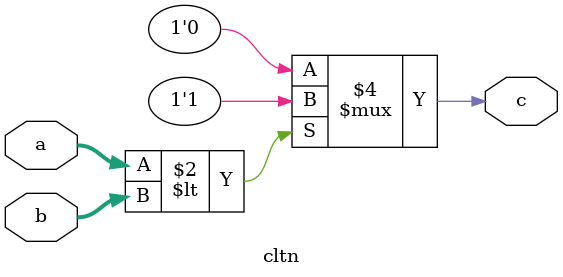
<source format=v>
`timescale 1ns / 1ps
module cltn(a,b,c);
input [7:0] a,b;
output reg c;

always @(a or b ) begin
	if (a<b) // Check for n or (n-1)
		c <=1;
	else
		c<=0;
end

endmodule

</source>
